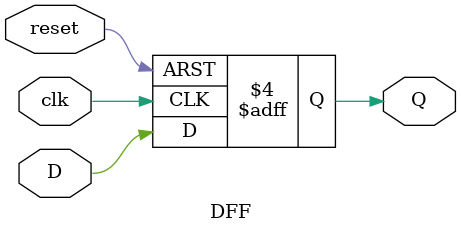
<source format=v>
`timescale 1ns / 1ps


module DFF(clk,
            D,
            Q,
            reset);
    input clk;
    input D;
    input reset;
    output reg Q = 1'b1;
    
    always @(posedge clk or negedge reset) begin
        if(~reset) begin
            Q <= 1'b1;
        end 
        else begin
            Q <= D;
        end
    end
endmodule

</source>
